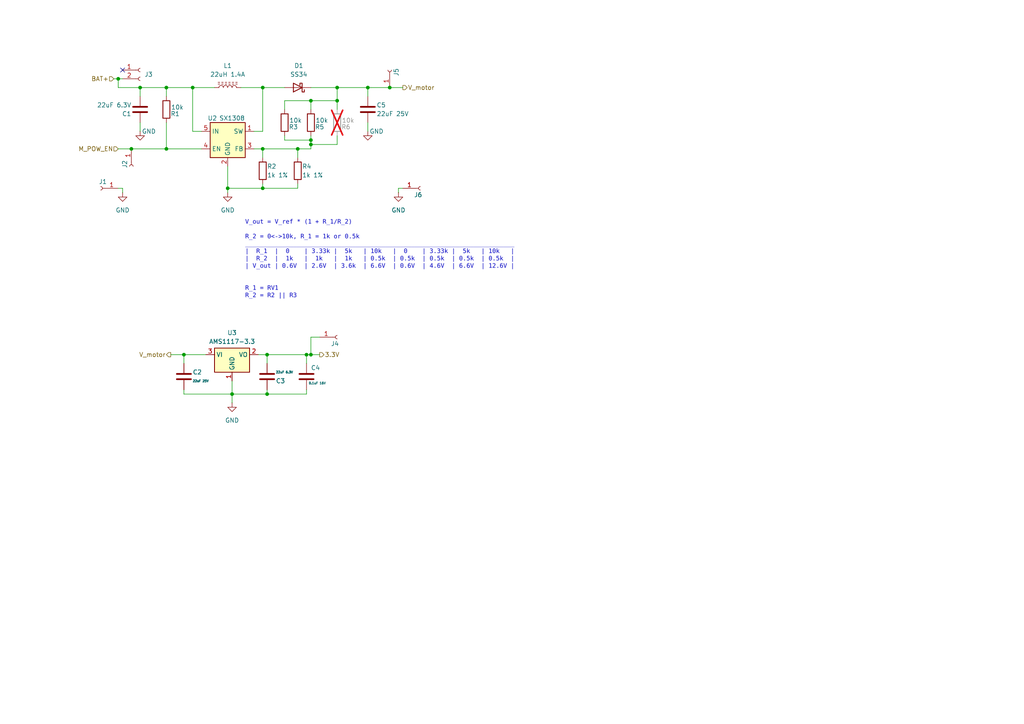
<source format=kicad_sch>
(kicad_sch (version 20231120) (generator "eeschema") (generator_version "8.0")
  (paper "A4")
  (lib_symbols
    (symbol "Connector:Conn_01x01_Socket" (pin_names (offset 1.016) hide)
      (property "Reference" "J" (at 0 2.54 0))
      (property "Value" "Conn_01x01_Socket" (at 0 -2.54 0))
      (symbol "Conn_01x01_Socket_1_1"
        (polyline (pts (xy -1.27 0) (xy -0.508 0)) (stroke (width 0.1524)))
        (arc (start 0 0.508) (mid -0.5058 0) (end 0 -0.508) (stroke (width 0.1524)))
        (pin passive line (at -5.08 0 0) (length 3.81) (name "Pin_1") (number "1"))
      )
    )
    (symbol "Connector:Conn_01x02_Socket" (pin_names (offset 1.016) hide)
      (property "Reference" "J" (at 0 2.54 0))
      (property "Value" "Conn_01x02_Socket" (at 0 -5.08 0))
      (symbol "Conn_01x02_Socket_1_1"
        (arc (start 0 -2.032) (mid -0.5058 -2.54) (end 0 -3.048) (stroke (width 0.1524)))
        (polyline (pts (xy -1.27 -2.54) (xy -0.508 -2.54)) (stroke (width 0.1524)))
        (polyline (pts (xy -1.27 0) (xy -0.508 0)) (stroke (width 0.1524)))
        (arc (start 0 0.508) (mid -0.5058 0) (end 0 -0.508) (stroke (width 0.1524)))
        (pin passive line (at -5.08 0 0) (length 3.81) (name "Pin_1") (number "1"))
        (pin passive line (at -5.08 -2.54 0) (length 3.81) (name "Pin_2") (number "2"))
      )
    )
    (symbol "Device:C" (pin_numbers hide) (pin_names (offset 0.254))
      (property "Reference" "C" (at 0.635 2.54 0))
      (property "Value" "C" (at 0.635 -2.54 0))
      (symbol "C_0_1"
        (polyline (pts (xy -2.032 -0.762) (xy 2.032 -0.762)) (stroke (width 0.508)))
        (polyline (pts (xy -2.032 0.762) (xy 2.032 0.762)) (stroke (width 0.508)))
      )
      (symbol "C_1_1"
        (pin passive line (at 0 3.81 270) (length 2.794) (name "~") (number "1"))
        (pin passive line (at 0 -3.81 90) (length 2.794) (name "~") (number "2"))
      )
    )
    (symbol "Device:D_Schottky" (pin_numbers hide) (pin_names (offset 1.016) hide)
      (property "Reference" "D" (at 0 2.54 0))
      (property "Value" "D_Schottky" (at 0 -2.54 0))
      (symbol "D_Schottky_0_1"
        (polyline (pts (xy 1.27 0) (xy -1.27 0)))
        (polyline (pts (xy 1.27 1.27) (xy 1.27 -1.27) (xy -1.27 0) (xy 1.27 1.27)) (stroke (width 0.254)))
        (polyline (pts (xy -1.905 0.635) (xy -1.905 1.27) (xy -1.27 1.27) (xy -1.27 -1.27) (xy -0.635 -1.27) (xy -0.635 -0.635)) (stroke (width 0.254)))
      )
      (symbol "D_Schottky_1_1"
        (pin passive line (at -3.81 0 0) (length 2.54) (name "K") (number "1"))
        (pin passive line (at 3.81 0 180) (length 2.54) (name "A") (number "2"))
      )
    )
    (symbol "Device:L_Ferrite" (pin_numbers hide) (pin_names (offset 1.016) hide)
      (property "Reference" "L" (at -1.27 0 90))
      (property "Value" "L_Ferrite" (at 2.794 0 90))
      (symbol "L_Ferrite_0_1"
        (arc (start 0 -2.54) (mid 0.6323 -1.905) (end 0 -1.27))
        (arc (start 0 -1.27) (mid 0.6323 -0.635) (end 0 0))
        (polyline (pts (xy 1.016 -2.794) (xy 1.016 -2.286)))
        (polyline (pts (xy 1.016 -1.778) (xy 1.016 -1.27)))
        (polyline (pts (xy 1.016 -0.762) (xy 1.016 -0.254)))
        (polyline (pts (xy 1.016 0.254) (xy 1.016 0.762)))
        (polyline (pts (xy 1.016 1.27) (xy 1.016 1.778)))
        (polyline (pts (xy 1.016 2.286) (xy 1.016 2.794)))
        (polyline (pts (xy 1.524 -2.286) (xy 1.524 -2.794)))
        (polyline (pts (xy 1.524 -1.27) (xy 1.524 -1.778)))
        (polyline (pts (xy 1.524 -0.254) (xy 1.524 -0.762)))
        (polyline (pts (xy 1.524 0.762) (xy 1.524 0.254)))
        (polyline (pts (xy 1.524 1.778) (xy 1.524 1.27)))
        (polyline (pts (xy 1.524 2.794) (xy 1.524 2.286)))
        (arc (start 0 0) (mid 0.6323 0.635) (end 0 1.27))
        (arc (start 0 1.27) (mid 0.6323 1.905) (end 0 2.54))
      )
      (symbol "L_Ferrite_1_1"
        (pin passive line (at 0 3.81 270) (length 1.27) (name "1") (number "1"))
        (pin passive line (at 0 -3.81 90) (length 1.27) (name "2") (number "2"))
      )
    )
    (symbol "Device:R" (pin_numbers hide) (pin_names (offset 0))
      (property "Reference" "R" (at 2.032 0 90))
      (property "Value" "R" (at 0 0 90))
      (symbol "R_0_1"
        (rectangle (start -1.016 -2.54) (end 1.016 2.54) (stroke (width 0.254)))
      )
      (symbol "R_1_1"
        (pin passive line (at 0 3.81 270) (length 1.27) (name "~") (number "1"))
        (pin passive line (at 0 -3.81 90) (length 1.27) (name "~") (number "2"))
      )
    )
    (symbol "LesniakM_lib:SX1308"
      (property "Reference" "U" (at 0 6.35 0))
      (property "Value" "SX1308" (at -17.78 -1.27 0))
      (symbol "SX1308_0_0"
        (pin power_in line (at 0 -7.62 90) (length 2.54) (name "GND") (number "2"))
      )
      (symbol "SX1308_1_0"
        (pin power_out line (at 7.62 2.54 180) (length 2.54) (name "SW") (number "1"))
        (pin input line (at 7.62 -2.54 180) (length 2.54) (name "FB") (number "3"))
        (pin input line (at -7.62 -2.54 0) (length 2.54) (name "EN") (number "4"))
        (pin power_in line (at -7.62 2.54 0) (length 2.54) (name "IN") (number "5"))
        (pin no_connect line (at 7.62 0 180) (length 2.54) hide (name "NC") (number "6"))
      )
      (symbol "SX1308_1_1"
        (rectangle (start -5.08 5.08) (end 5.08 -5.08) (stroke (width 0.254)) (fill (type background)))
      )
    )
    (symbol "Regulator_Linear:AMS1117-3.3"
      (property "Reference" "U" (at -3.81 3.175 0))
      (property "Value" "AMS1117-3.3" (at 0 3.175 0))
      (symbol "AMS1117-3.3_0_1"
        (rectangle (start -5.08 -5.08) (end 5.08 1.905) (stroke (width 0.254)) (fill (type background)))
      )
      (symbol "AMS1117-3.3_1_1"
        (pin power_in line (at 0 -7.62 90) (length 2.54) (name "GND") (number "1"))
        (pin power_out line (at 7.62 0 180) (length 2.54) (name "VO") (number "2"))
        (pin power_in line (at -7.62 0 0) (length 2.54) (name "VI") (number "3"))
      )
    )
    (symbol "power:GND" (power) (pin_numbers hide) (pin_names (offset 0) hide)
      (property "Value" "GND" (at 0 -3.81 0))
      (symbol "GND_0_1"
        (polyline (pts (xy 0 0) (xy 0 -1.27) (xy 1.27 -1.27) (xy 0 -2.54) (xy -1.27 -1.27) (xy 0 -1.27)))
      )
      (symbol "GND_1_1"
        (pin power_in line (at 0 0 270) (length 0) (name "~") (number "1"))
      )
    )
  )
  (junction (at 97.79 29.21))
  (junction (at 77.47 114.3))
  (junction (at 90.17 102.87))
  (junction (at 67.31 114.3))
  (junction (at 90.17 40.64))
  (junction (at 34.29 22.86))
  (junction (at 53.34 102.87))
  (junction (at 55.88 25.4))
  (junction (at 88.9 102.87))
  (junction (at 76.2 25.4))
  (junction (at 90.17 29.21))
  (junction (at 38.1 43.18))
  (junction (at 90.17 41.91))
  (junction (at 48.26 43.18))
  (junction (at 77.47 102.87))
  (junction (at 76.2 43.18))
  (junction (at 106.68 25.4))
  (junction (at 66.04 54.61))
  (junction (at 76.2 54.61))
  (junction (at 86.36 43.18))
  (junction (at 113.03 25.4))
  (junction (at 40.64 25.4))
  (junction (at 97.79 25.4))
  (junction (at 48.26 25.4))
  (no_connect (at 35.56 20.32))
  (wire (pts (xy 77.47 102.87) (xy 77.47 105.41)))
  (wire (pts (xy 67.31 114.3) (xy 77.47 114.3)))
  (wire (pts (xy 88.9 102.87) (xy 90.17 102.87)))
  (wire (pts (xy 82.55 29.21) (xy 90.17 29.21)))
  (wire (pts (xy 49.53 102.87) (xy 53.34 102.87)))
  (wire (pts (xy 97.79 25.4) (xy 106.68 25.4)))
  (wire (pts (xy 76.2 54.61) (xy 86.36 54.61)))
  (wire (pts (xy 82.55 31.75) (xy 82.55 29.21)))
  (wire (pts (xy 86.36 43.18) (xy 90.17 43.18)))
  (wire (pts (xy 55.88 38.1) (xy 55.88 25.4)))
  (wire (pts (xy 76.2 43.18) (xy 86.36 43.18)))
  (wire (pts (xy 77.47 114.3) (xy 77.47 113.03)))
  (wire (pts (xy 55.88 25.4) (xy 62.23 25.4)))
  (wire (pts (xy 106.68 25.4) (xy 106.68 27.94)))
  (wire (pts (xy 90.17 40.64) (xy 90.17 39.37)))
  (wire (pts (xy 77.47 102.87) (xy 88.9 102.87)))
  (wire (pts (xy 34.29 43.18) (xy 38.1 43.18)))
  (wire (pts (xy 106.68 35.56) (xy 106.68 38.1)))
  (wire (pts (xy 48.26 35.56) (xy 48.26 43.18)))
  (wire (pts (xy 40.64 38.1) (xy 40.64 35.56)))
  (wire (pts (xy 40.64 25.4) (xy 48.26 25.4)))
  (wire (pts (xy 48.26 43.18) (xy 58.42 43.18)))
  (wire (pts (xy 67.31 110.49) (xy 67.31 114.3)))
  (wire (pts (xy 90.17 29.21) (xy 90.17 31.75)))
  (wire (pts (xy 73.66 38.1) (xy 76.2 38.1)))
  (wire (pts (xy 48.26 25.4) (xy 55.88 25.4)))
  (wire (pts (xy 74.93 102.87) (xy 77.47 102.87)))
  (wire (pts (xy 86.36 43.18) (xy 86.36 45.72)))
  (wire (pts (xy 90.17 43.18) (xy 90.17 41.91)))
  (wire (pts (xy 97.79 29.21) (xy 97.79 31.75)))
  (wire (pts (xy 73.66 43.18) (xy 76.2 43.18)))
  (wire (pts (xy 34.29 25.4) (xy 40.64 25.4)))
  (wire (pts (xy 76.2 25.4) (xy 82.55 25.4)))
  (wire (pts (xy 86.36 54.61) (xy 86.36 53.34)))
  (wire (pts (xy 106.68 25.4) (xy 113.03 25.4)))
  (wire (pts (xy 82.55 39.37) (xy 82.55 40.64)))
  (wire (pts (xy 97.79 41.91) (xy 97.79 39.37)))
  (wire (pts (xy 53.34 114.3) (xy 67.31 114.3)))
  (wire (pts (xy 35.56 22.86) (xy 34.29 22.86)))
  (wire (pts (xy 35.56 54.61) (xy 35.56 55.88)))
  (wire (pts (xy 76.2 43.18) (xy 76.2 45.72)))
  (wire (pts (xy 88.9 114.3) (xy 88.9 113.03)))
  (wire (pts (xy 90.17 41.91) (xy 90.17 40.64)))
  (wire (pts (xy 90.17 25.4) (xy 97.79 25.4)))
  (wire (pts (xy 66.04 54.61) (xy 66.04 55.88)))
  (wire (pts (xy 90.17 29.21) (xy 97.79 29.21)))
  (wire (pts (xy 90.17 102.87) (xy 92.71 102.87)))
  (wire (pts (xy 34.29 22.86) (xy 33.02 22.86)))
  (wire (pts (xy 40.64 27.94) (xy 40.64 25.4)))
  (wire (pts (xy 66.04 54.61) (xy 66.04 48.26)))
  (wire (pts (xy 67.31 114.3) (xy 67.31 116.84)))
  (wire (pts (xy 34.29 54.61) (xy 35.56 54.61)))
  (wire (pts (xy 76.2 38.1) (xy 76.2 25.4)))
  (wire (pts (xy 69.85 25.4) (xy 76.2 25.4)))
  (wire (pts (xy 97.79 29.21) (xy 97.79 25.4)))
  (wire (pts (xy 53.34 102.87) (xy 59.69 102.87)))
  (wire (pts (xy 113.03 25.4) (xy 116.84 25.4)))
  (wire (pts (xy 58.42 38.1) (xy 55.88 38.1)))
  (wire (pts (xy 66.04 54.61) (xy 76.2 54.61)))
  (wire (pts (xy 53.34 102.87) (xy 53.34 105.41)))
  (wire (pts (xy 90.17 41.91) (xy 97.79 41.91)))
  (wire (pts (xy 77.47 114.3) (xy 88.9 114.3)))
  (wire (pts (xy 82.55 40.64) (xy 90.17 40.64)))
  (wire (pts (xy 48.26 25.4) (xy 48.26 27.94)))
  (wire (pts (xy 115.57 54.61) (xy 116.84 54.61)))
  (wire (pts (xy 90.17 102.87) (xy 90.17 97.79)))
  (wire (pts (xy 90.17 97.79) (xy 92.71 97.79)))
  (wire (pts (xy 88.9 102.87) (xy 88.9 105.41)))
  (wire (pts (xy 38.1 43.18) (xy 48.26 43.18)))
  (wire (pts (xy 76.2 54.61) (xy 76.2 53.34)))
  (wire (pts (xy 34.29 22.86) (xy 34.29 25.4)))
  (wire (pts (xy 115.57 54.61) (xy 115.57 55.88)))
  (wire (pts (xy 53.34 113.03) (xy 53.34 114.3)))
  (text "V_out = V_ref * (1 + R_1/R_2)\n\nR_2 = 0<->10k, R_1 = 1k or 0.5k\n_________________________________________________________________________\n|  R_1  |  0    | 3.33k |  5k   | 10k   |  0    | 3.33k |  5k   | 10k   |\n|  R_2  |  1k   |  1k   |  1k   | 0.5k  | 0.5k  | 0.5k  | 0.5k  | 0.5k  |\n| V_out | 0.6V  | 2.6V  | 3.6k  | 6.6V  | 0.6V  | 4.6V  | 6.6V  | 12.6V |\n\n\nR_1 = RV1\nR_2 = R2 || R3" (exclude_from_sim yes) (at 71.12 75.565 0) (effects (font (size 1.27 1.27)) (justify left)))
  (hierarchical_label "V_motor" (shape output) (at 116.84 25.4 0))
  (hierarchical_label "M_POW_EN" (shape input) (at 34.29 43.18 180))
  (hierarchical_label "BAT+" (shape input) (at 33.02 22.86 180))
  (hierarchical_label "V_motor" (shape output) (at 49.53 102.87 180))
  (hierarchical_label "3.3V" (shape output) (at 92.71 102.87 0))
  (symbol (lib_id "Device:L_Ferrite") (at 66.04 25.4 90) (unit 1)
    (property "Reference" "L1" (at 66.04 19.05 90))
    (property "Value" "22uH 1.4A" (at 66.04 21.59 90))
    (property "Footprint" "Inductor_SMD:L_TDK_VLS6045EX_VLS6045AF" (effects (hide yes)))
    (property "Description" "1.4A 22uH ±20% SMD Power Inductors ROHS" (effects (hide yes)))
    (property "MANF#" "YXNAE6028-220M " (effects (hide yes)))
    (property "MANF" "YUXIN TECH" (effects (hide yes)))
    (property "JLCPCB#" "C241601" (effects (hide yes)))
    (property "LCSC Part #" "C241601" (effects (hide yes)))
  )
  (symbol (lib_id "Device:D_Schottky") (at 86.36 25.4 180) (unit 1)
    (property "Reference" "D1" (at 86.6775 19.05 0))
    (property "Value" "SS34" (at 86.6775 21.59 0))
    (property "Footprint" "Diode_SMD:D_SMA" (effects (hide yes)))
    (property "Description" "40V Independent Type 3A 550mV@3A SMA(DO-214AC) Schottky Diodes ROHS" (effects (hide yes)))
    (property "MANF#" "SS34" (effects (hide yes)))
    (property "MANF" "MDD(Microdiode Semiconductor)" (effects (hide yes)))
    (property "JLCPCB#" "C8678" (effects (hide yes)))
    (property "LCSC Part #" "C8678" (effects (hide yes)))
  )
  (symbol (lib_id "Connector:Conn_01x01_Socket") (at 121.92 54.61 0) (unit 1)
    (property "Reference" "J6" (at 121.285 56.515 0))
    (property "Value" "Conn_hole" (effects (hide yes)))
    (property "Footprint" "Connector_PinHeader_2.54mm:PinHeader_1x01_P2.54mm_Vertical" (effects (hide yes)))
    (property "Description" "Generic connector, single row, 01x01, script generated" (effects (hide yes)))
  )
  (symbol (lib_id "Device:C") (at 77.47 109.22 0) (mirror x) (unit 1)
    (property "Reference" "C3" (at 80.01 110.49 0) (effects (justify left)))
    (property "Value" "22uF 6.3V" (at 80.01 107.95 0) (effects (font (size 0.635 0.635)) (justify left)))
    (property "Footprint" "Capacitor_SMD:C_0603_1608Metric" (effects (hide yes)))
    (property "Datasheet" "https://jlcpcb.com/api/file/downloadByFileSystemAccessId/8555544417670705152" (effects (hide yes)))
    (property "Description" "6.3V 22uF X5R ±20% 0603 Multilayer Ceramic Capacitors" (effects (hide yes)))
    (property "MANF#" "CL10A226MQ8NRNC" (effects (hide yes)))
    (property "MANF" "Samsung Electro-Mechanics" (effects (hide yes)))
    (property "JLCPCB#" "C59461" (effects (hide yes)))
    (property "LCSC Part #" "C59461" (effects (hide yes)))
  )
  (symbol (lib_id "Device:R") (at 97.79 35.56 180) (unit 1) (in_bom no) (dnp yes)
    (property "Reference" "R6" (at 100.33 36.83 0))
    (property "Value" "10k" (at 100.965 34.925 0))
    (property "Footprint" "Resistor_SMD:R_0603_1608Metric" (effects (hide yes)))
    (property "Description" "100mW Thick Film Resistors 75V ±100ppm/℃ ±1% 10kΩ 0603 Chip Resistor - Surface Mount ROHS" (effects (hide yes)))
    (property "MANF#" "0603WAF1002T5E" (effects (hide yes)))
    (property "MANF" "UNI-ROYAL(Uniroyal Elec) " (effects (hide yes)))
    (property "JLCPCB#" "C25804" (effects (hide yes)))
    (property "LCSC Part #" "C25804" (effects (hide yes)))
  )
  (symbol (lib_id "LesniakM_lib:SX1308") (at 66.04 40.64 0) (unit 1)
    (property "Reference" "U2" (at 61.595 34.29 0))
    (property "Value" "SX1308" (at 67.31 34.29 0))
    (property "Footprint" "Package_TO_SOT_SMD:SOT-23-6" (effects (hide yes)))
    (property "Datasheet" "https://www.lcsc.com/datasheet/lcsc_datasheet_1811011513_SX-Shenzhen-Suosemi-Tech-SX1308_C78162.pdf" (effects (hide yes)))
    (property "Description" "1.2MHz 2A Step Up Converter, 2V to 24V Input Voltage, Up to 28V Output Voltage" (effects (hide yes)))
    (property "LCSC Part #" "C78162" (effects (hide yes)))
    (property "JLCPCB#" "C78162" (effects (hide yes)))
  )
  (symbol (lib_id "Connector:Conn_01x02_Socket") (at 40.64 20.32 0) (unit 1)
    (property "Reference" "J3" (at 41.91 21.5899 0) (effects (justify left)))
    (property "Value" "Conn_01x02_Socket" (effects (hide yes)))
    (property "Footprint" "Connector_PinHeader_2.54mm:PinHeader_1x02_P2.54mm_Vertical" (effects (hide yes)))
    (property "Description" "Generic connector, single row, 01x02, script generated" (effects (hide yes)))
  )
  (symbol (lib_id "Connector:Conn_01x01_Socket") (at 38.1 48.26 270) (unit 1)
    (property "Reference" "J2" (at 36.195 47.625 0))
    (property "Value" "Conn_hole" (effects (hide yes)))
    (property "Footprint" "Connector_PinHeader_2.54mm:PinHeader_1x01_P2.54mm_Vertical" (effects (hide yes)))
    (property "Description" "Generic connector, single row, 01x01, script generated" (effects (hide yes)))
  )
  (symbol (lib_id "Device:C") (at 40.64 31.75 180) (unit 1)
    (property "Reference" "C1" (at 38.1 33.02 0) (effects (justify left)))
    (property "Value" "22uF 6.3V" (at 38.1 30.48 0) (effects (justify left)))
    (property "Footprint" "Capacitor_SMD:C_0603_1608Metric" (effects (hide yes)))
    (property "Datasheet" "https://jlcpcb.com/api/file/downloadByFileSystemAccessId/8555544417670705152" (effects (hide yes)))
    (property "Description" "6.3V 22uF X5R ±20% 0603 Multilayer Ceramic Capacitors" (effects (hide yes)))
    (property "MANF#" "CL10A226MQ8NRNC" (effects (hide yes)))
    (property "MANF" "Samsung Electro-Mechanics" (effects (hide yes)))
    (property "JLCPCB#" "C59461" (effects (hide yes)))
    (property "LCSC Part #" "C59461" (effects (hide yes)))
  )
  (symbol (lib_id "Device:R") (at 86.36 49.53 0) (unit 1)
    (property "Reference" "R4" (at 87.63 48.26 0) (effects (justify left)))
    (property "Value" "1k 1%" (at 87.63 50.8 0) (effects (justify left)))
    (property "Footprint" "Resistor_SMD:R_0603_1608Metric" (effects (hide yes)))
    (property "Description" "100mW Thick Film Resistors 75V ±100ppm/℃ ±1% 1kΩ 0603 Chip Resistor - Surface Mount ROHS" (effects (hide yes)))
    (property "MANF#" "0603WAF1001T5E" (effects (hide yes)))
    (property "MANF" "UNI-ROYAL(Uniroyal Elec)" (effects (hide yes)))
    (property "JLCPCB#" "C21190" (effects (hide yes)))
    (property "LCSC Part #" "C21190" (effects (hide yes)))
  )
  (symbol (lib_id "Device:R") (at 76.2 49.53 0) (unit 1)
    (property "Reference" "R2" (at 77.47 48.26 0) (effects (justify left)))
    (property "Value" "1k 1%" (at 77.47 50.8 0) (effects (justify left)))
    (property "Footprint" "Resistor_SMD:R_0603_1608Metric" (effects (hide yes)))
    (property "Description" "100mW Thick Film Resistors 75V ±100ppm/℃ ±1% 1kΩ 0603 Chip Resistor - Surface Mount ROHS" (effects (hide yes)))
    (property "MANF#" "0603WAF1001T5E" (effects (hide yes)))
    (property "MANF" "UNI-ROYAL(Uniroyal Elec)" (effects (hide yes)))
    (property "JLCPCB#" "C21190" (effects (hide yes)))
    (property "LCSC Part #" "C21190" (effects (hide yes)))
  )
  (symbol (lib_id "power:GND") (at 40.64 38.1 0) (unit 1)
    (property "Reference" "#PWR04" (effects (hide yes)))
    (property "Value" "GND" (at 43.18 38.1 0))
    (property "Description" "Power symbol creates a global label with name \"GND\" , ground" (effects (hide yes)))
  )
  (symbol (lib_id "Connector:Conn_01x01_Socket") (at 97.79 97.79 0) (unit 1)
    (property "Reference" "J4" (at 97.155 99.695 0))
    (property "Value" "Conn_hole" (effects (hide yes)))
    (property "Footprint" "Connector_PinHeader_2.54mm:PinHeader_1x01_P2.54mm_Vertical" (effects (hide yes)))
    (property "Description" "Generic connector, single row, 01x01, script generated" (effects (hide yes)))
  )
  (symbol (lib_id "Connector:Conn_01x01_Socket") (at 113.03 20.32 90) (unit 1)
    (property "Reference" "J5" (at 114.935 20.955 0))
    (property "Value" "Conn_hole" (effects (hide yes)))
    (property "Footprint" "Connector_PinHeader_2.54mm:PinHeader_1x01_P2.54mm_Vertical" (effects (hide yes)))
    (property "Description" "Generic connector, single row, 01x01, script generated" (effects (hide yes)))
  )
  (symbol (lib_id "Device:R") (at 90.17 35.56 180) (unit 1)
    (property "Reference" "R5" (at 92.71 36.83 0))
    (property "Value" "10k" (at 93.345 34.925 0))
    (property "Footprint" "Resistor_SMD:R_0603_1608Metric" (effects (hide yes)))
    (property "Description" "100mW Thick Film Resistors 75V ±100ppm/℃ ±1% 10kΩ 0603 Chip Resistor - Surface Mount ROHS" (effects (hide yes)))
    (property "MANF#" "0603WAF1002T5E" (effects (hide yes)))
    (property "MANF" "UNI-ROYAL(Uniroyal Elec) " (effects (hide yes)))
    (property "JLCPCB#" "C25804" (effects (hide yes)))
    (property "LCSC Part #" "C25804" (effects (hide yes)))
  )
  (symbol (lib_id "power:GND") (at 115.57 55.88 0) (unit 1)
    (property "Reference" "#PWR08" (effects (hide yes)))
    (property "Value" "GND" (at 115.57 60.96 0))
    (property "Description" "Power symbol creates a global label with name \"GND\" , ground" (effects (hide yes)))
  )
  (symbol (lib_id "Device:R") (at 82.55 35.56 180) (unit 1)
    (property "Reference" "R3" (at 85.09 36.83 0))
    (property "Value" "10k" (at 85.725 34.925 0))
    (property "Footprint" "Resistor_SMD:R_0603_1608Metric" (effects (hide yes)))
    (property "Description" "100mW Thick Film Resistors 75V ±100ppm/℃ ±1% 10kΩ 0603 Chip Resistor - Surface Mount ROHS" (effects (hide yes)))
    (property "MANF#" "0603WAF1002T5E" (effects (hide yes)))
    (property "MANF" "UNI-ROYAL(Uniroyal Elec) " (effects (hide yes)))
    (property "JLCPCB#" "C25804" (effects (hide yes)))
    (property "LCSC Part #" "C25804" (effects (hide yes)))
  )
  (symbol (lib_id "power:GND") (at 35.56 55.88 0) (unit 1)
    (property "Reference" "#PWR03" (effects (hide yes)))
    (property "Value" "GND" (at 35.56 60.96 0))
    (property "Description" "Power symbol creates a global label with name \"GND\" , ground" (effects (hide yes)))
  )
  (symbol (lib_id "Device:C") (at 88.9 109.22 0) (unit 1)
    (property "Reference" "C4" (at 90.17 106.68 0) (effects (justify left)))
    (property "Value" "0.1uF 16V" (at 89.535 111.125 0) (effects (font (size 0.635 0.635)) (justify left)))
    (property "Footprint" "Capacitor_SMD:C_0402_1005Metric" (effects (hide yes)))
    (property "Datasheet" "16V 100nF X7R ±10% 0402 Multilayer Ceramic Capacitors MLCC - SMD/SMT ROHS" (effects (hide yes)))
    (property "Description" "16V 100nF X7R ±10% 0402 Multilayer Ceramic Capacitors MLCC - SMD/SMT ROHS" (effects (hide yes)))
    (property "MANF#" "CL05B104KO5NNNC" (effects (hide yes)))
    (property "MANF" "Samsung Electro-Mechanics" (effects (hide yes)))
    (property "JLCPCB#" "C1525" (effects (hide yes)))
    (property "LCSC Part #" "C1525" (effects (hide yes)))
  )
  (symbol (lib_id "Device:C") (at 106.68 31.75 0) (unit 1)
    (property "Reference" "C5" (at 109.22 30.48 0) (effects (justify left)))
    (property "Value" "22uF 25V" (at 109.22 33.02 0) (effects (justify left)))
    (property "Footprint" "Capacitor_SMD:C_0805_2012Metric" (effects (hide yes)))
    (property "Datasheet" "https://jlcpcb.com/api/file/downloadByFileSystemAccessId/8555544417670705152" (effects (hide yes)))
    (property "Description" "25V 22uF X5R ±20% 0805 Multilayer Ceramic Capacitors MLCC - SMD/SMT ROHS" (effects (hide yes)))
    (property "MANF#" "CL21A226MAQNNNE" (effects (hide yes)))
    (property "MANF" "Samsung Electro-Mechanics" (effects (hide yes)))
    (property "JLCPCB#" "C45783" (effects (hide yes)))
    (property "LCSC Part #" "C45783" (effects (hide yes)))
  )
  (symbol (lib_id "Connector:Conn_01x01_Socket") (at 29.21 54.61 180) (unit 1)
    (property "Reference" "J1" (at 29.845 52.705 0))
    (property "Value" "Conn_hole" (effects (hide yes)))
    (property "Footprint" "Connector_PinHeader_2.54mm:PinHeader_1x01_P2.54mm_Vertical" (effects (hide yes)))
    (property "Description" "Generic connector, single row, 01x01, script generated" (effects (hide yes)))
  )
  (symbol (lib_id "Device:R") (at 48.26 31.75 180) (unit 1)
    (property "Reference" "R1" (at 50.8 33.02 0))
    (property "Value" "10k" (at 51.435 31.115 0))
    (property "Footprint" "Resistor_SMD:R_0603_1608Metric" (effects (hide yes)))
    (property "Description" "100mW Thick Film Resistors 75V ±100ppm/℃ ±1% 10kΩ 0603 Chip Resistor - Surface Mount ROHS" (effects (hide yes)))
    (property "MANF#" "0603WAF1002T5E" (effects (hide yes)))
    (property "MANF" "UNI-ROYAL(Uniroyal Elec) " (effects (hide yes)))
    (property "JLCPCB#" "C25804" (effects (hide yes)))
    (property "LCSC Part #" "C25804" (effects (hide yes)))
  )
  (symbol (lib_id "power:GND") (at 106.68 38.1 0) (unit 1)
    (property "Reference" "#PWR07" (effects (hide yes)))
    (property "Value" "GND" (at 109.22 38.1 0))
    (property "Description" "Power symbol creates a global label with name \"GND\" , ground" (effects (hide yes)))
  )
  (symbol (lib_id "Device:C") (at 53.34 109.22 0) (unit 1)
    (property "Reference" "C2" (at 55.88 107.95 0) (effects (justify left)))
    (property "Value" "22uF 25V" (at 55.88 110.49 0) (effects (font (size 0.635 0.635)) (justify left)))
    (property "Footprint" "Capacitor_SMD:C_0805_2012Metric" (effects (hide yes)))
    (property "Datasheet" "https://jlcpcb.com/api/file/downloadByFileSystemAccessId/8555544417670705152" (effects (hide yes)))
    (property "Description" "25V 22uF X5R ±20% 0805 Multilayer Ceramic Capacitors MLCC - SMD/SMT ROHS" (effects (hide yes)))
    (property "MANF#" "CL21A226MAQNNNE" (effects (hide yes)))
    (property "MANF" "Samsung Electro-Mechanics" (effects (hide yes)))
    (property "JLCPCB#" "C45783" (effects (hide yes)))
    (property "LCSC Part #" "C45783" (effects (hide yes)))
  )
  (symbol (lib_id "Regulator_Linear:AMS1117-3.3") (at 67.31 102.87 0) (unit 1)
    (property "Reference" "U3" (at 67.31 96.52 0))
    (property "Value" "AMS1117-3.3" (at 67.31 99.06 0))
    (property "Footprint" "Package_TO_SOT_SMD:SOT-223-3_TabPin2" (effects (hide yes)))
    (property "Datasheet" "http://www.advanced-monolithic.com/pdf/ds1117.pdf" (effects (hide yes)))
    (property "Description" "1A Low Dropout regulator, positive, 3.3V fixed output, SOT-223" (effects (hide yes)))
    (property "JLCPCB#" "C6186" (effects (hide yes)))
    (property "LCSC Part #" "C6186" (effects (hide yes)))
  )
  (symbol (lib_id "power:GND") (at 67.31 116.84 0) (unit 1)
    (property "Reference" "#PWR06" (effects (hide yes)))
    (property "Value" "GND" (at 67.31 121.92 0))
    (property "Description" "Power symbol creates a global label with name \"GND\" , ground" (effects (hide yes)))
  )
  (symbol (lib_id "power:GND") (at 66.04 55.88 0) (unit 1)
    (property "Reference" "#PWR05" (effects (hide yes)))
    (property "Value" "GND" (at 66.04 60.96 0))
    (property "Description" "Power symbol creates a global label with name \"GND\" , ground" (effects (hide yes)))
  )
)
</source>
